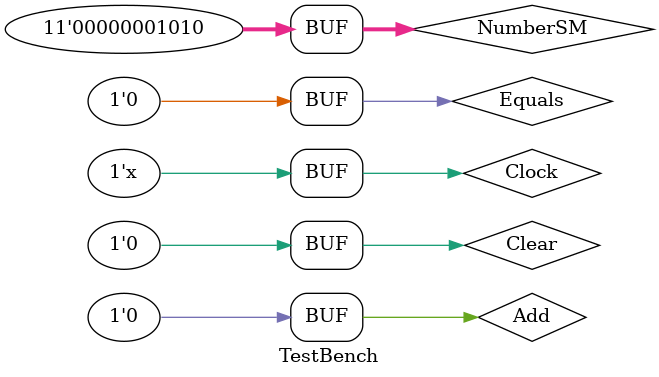
<source format=v>


`timescale 1ns/100ps
module TestBench();
	parameter WIDTH = 11;							// Data bit width

// Inputs and Outputs
	reg Clock;
	reg Clear;											// C button
	reg Equals;											// = button: displays result so far; does not repeat previous operation
	reg Add;												// + button
	reg Subtract;										// - button
	reg Multiply;										// x button (multiply)
	reg Divide;											// Divide button
	reg [WIDTH-1:0] NumberSM; 					// Must be entered in sign-magnitude on SW[W-1:0]
	wire signed [WIDTH-1:0] Result;
	wire Overflow;
	wire CantDisplay;
	//wire [4:0] State;

	wire signed [WIDTH-1:0] NumberTC;
	SM2TC #(.width(WIDTH)) SM2TC1(NumberSM, NumberTC);
	FourFuncCalc #(.W(WIDTH)) FFC(Clock, Clear, Equals, Add, Subtract, Multiply, Divide, NumberSM, Result, Overflow);

	
// Define 10 ns Clock
	always #5 Clock = ~Clock;

	initial
	begin
		Clock = 0; Clear = 1;
		#20; Clear = 0;

	
//  1 + 2 = 3
		/*#10; Equals = 1; NumberSM = 1; 
		#10; Equals = 0;

		#20; Add = 1;
		#20; Add = 0;
		#20; Equals = 1; NumberSM = 2; 
		#20; Equals = 0;*/
// 1+3-4
		/*#10; Equals = 1; NumberSM = 1; 
		#10; Equals = 0;

		#20; Add = 1;
		#20; Add = 0;
		#20; Equals = 1; NumberSM = 3; 
		#20; Equals = 0;
		
		#30; Subtract = 1;
		#30; Subtract = 0;
		#30; Equals = 1; NumberSM = 4;
		#30; Equals = 0;*/

//1023 +(-1023)
		/*#10; Equals = 1; NumberSM = 1023; 
		#10; Equals = 0;

		#20; Add = 1;
		#20; Add = 0;
		#20; Equals = 1; NumberSM = 11'b 11111111111; 
		#20; Equals = 0;
		*/
//1023+10
		#10; Equals = 1; NumberSM = 1023; 
		#10; Equals = 0;

		#20; Add = 1;
		#20; Add = 0;
		#20; Equals = 1; NumberSM = 10; 
		#20; Equals = 0;

//  1-2 = -1
/*		#20; Subtract = 1;
		#20; Subtract = 0;
		#20; Enter = 1; NumberSM = 2;
		#20; Enter = 0;
*/
		end

endmodule


</source>
